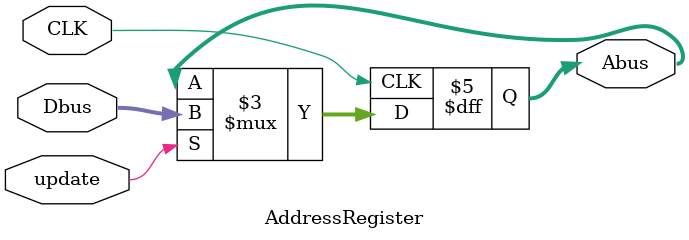
<source format=v>
module AddressRegister(
	input [4:0] Dbus,
	input update, CLK,
	output reg [4:0] Abus
);

	always@(posedge CLK) begin
		if (update == 1) begin		// If update is high, move Dbus to Abus
			Abus <= Dbus;
		end
	end
endmodule

</source>
